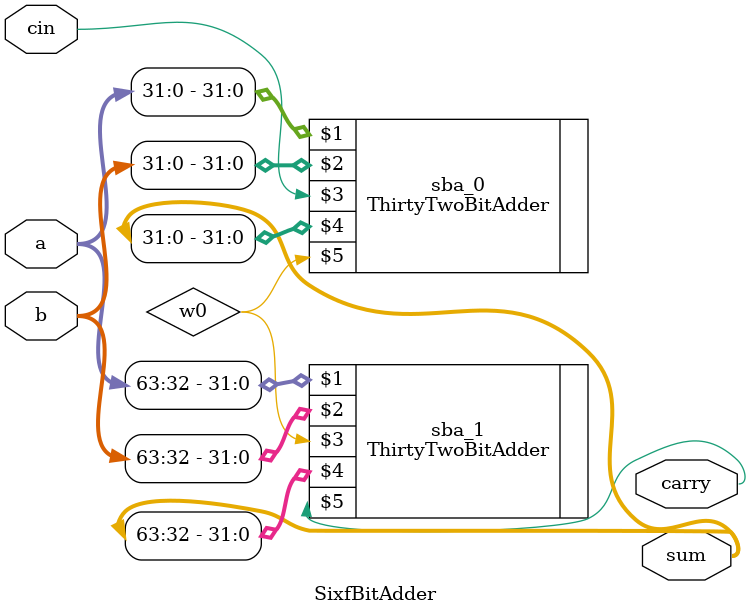
<source format=v>
`include "32BA.v"
module SixfBitAdder(a,b,cin,sum,carry);
input [63:0] a,b;
input cin;
output [63:0] sum;
output carry;
wire w0;
ThirtyTwoBitAdder sba_0(a[31:0] ,b[31:0],cin,sum[31:0],w0);
ThirtyTwoBitAdder sba_1(a[63:32],b[63:32],w0,sum[63:32],carry);
endmodule
</source>
